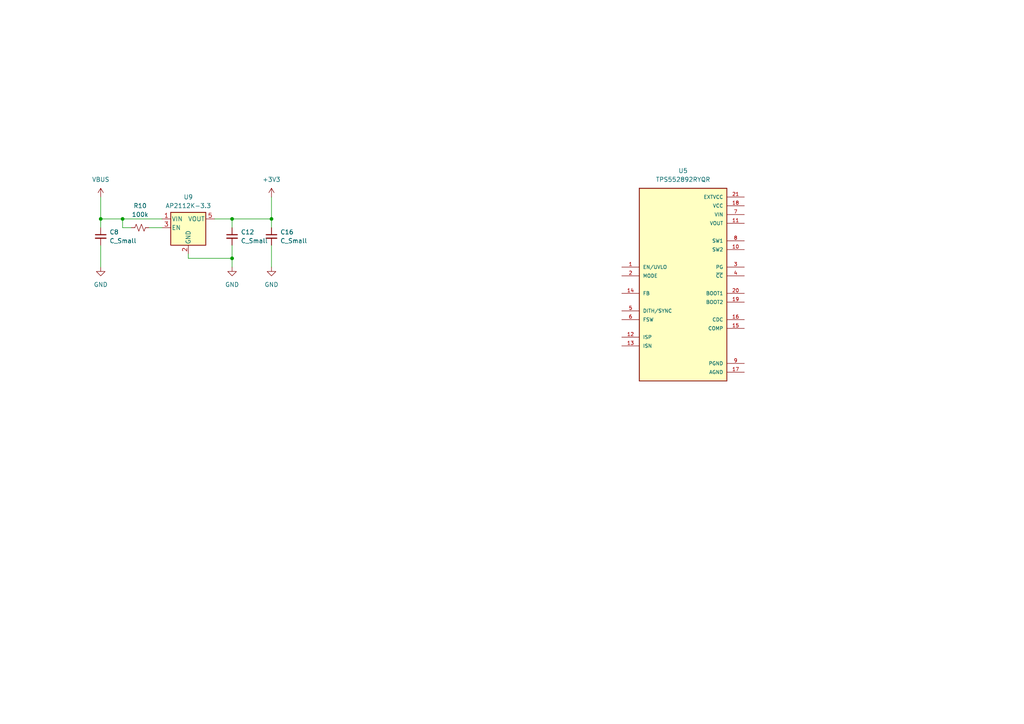
<source format=kicad_sch>
(kicad_sch (version 20230121) (generator eeschema)
  (paper "A4")
  (lib_symbols
    (symbol "DW_custom_symbols:TPS552892RYQR" (pin_names (offset 1.016))
      (property "Reference" "U" (at -12.7 30.48 0))
      (property "Value" "TPS552892RYQR" (at -12.7 -30.48 0))
      (symbol "TPS552892RYQR_0_0"
        (rectangle (start -12.7 -27.94) (end 12.7 27.94) (stroke (width 0.254)) (fill (type background)))
        (pin input line (at -17.78 5.08 0) (length 5.08) (name "EN/UVLO") (number "1"))
        (pin power_in line (at 17.78 10.16 180) (length 5.08) (name "SW2") (number "10"))
        (pin power_in line (at 17.78 17.78 180) (length 5.08) (name "VOUT") (number "11"))
        (pin input line (at -17.78 -15.24 0) (length 5.08) (name "ISP") (number "12"))
        (pin input line (at -17.78 -17.78 0) (length 5.08) (name "ISN") (number "13"))
        (pin input line (at -17.78 -2.54 0) (length 5.08) (name "FB") (number "14"))
        (pin output line (at 17.78 -12.7 180) (length 5.08) (name "COMP") (number "15"))
        (pin output line (at 17.78 -10.16 180) (length 5.08) (name "CDC") (number "16"))
        (pin power_in line (at 17.78 -25.4 180) (length 5.08) (name "AGND") (number "17"))
        (pin power_in line (at 17.78 22.86 180) (length 5.08) (name "VCC") (number "18"))
        (pin output line (at 17.78 -5.08 180) (length 5.08) (name "BOOT2") (number "19"))
        (pin input line (at -17.78 2.54 0) (length 5.08) (name "MODE") (number "2"))
        (pin output line (at 17.78 -2.54 180) (length 5.08) (name "BOOT1") (number "20"))
        (pin power_in line (at 17.78 25.4 180) (length 5.08) (name "EXTVCC") (number "21"))
        (pin output line (at 17.78 5.08 180) (length 5.08) (name "PG") (number "3"))
        (pin output line (at 17.78 2.54 180) (length 5.08) (name "~{CC}") (number "4"))
        (pin input line (at -17.78 -7.62 0) (length 5.08) (name "DITH/SYNC") (number "5"))
        (pin input line (at -17.78 -10.16 0) (length 5.08) (name "FSW") (number "6"))
        (pin power_in line (at 17.78 20.32 180) (length 5.08) (name "VIN") (number "7"))
        (pin power_in line (at 17.78 12.7 180) (length 5.08) (name "SW1") (number "8"))
        (pin power_in line (at 17.78 -22.86 180) (length 5.08) (name "PGND") (number "9"))
      )
    )
    (symbol "Device:C_Small" (pin_numbers hide) (pin_names (offset 0.254) hide)
      (property "Reference" "C" (at 0.254 1.778 0))
      (property "Value" "C_Small" (at 0.254 -2.032 0))
      (symbol "C_Small_0_1"
        (polyline (pts (xy -1.524 -0.508) (xy 1.524 -0.508)) (stroke (width 0.3302)))
        (polyline (pts (xy -1.524 0.508) (xy 1.524 0.508)) (stroke (width 0.3048)))
      )
      (symbol "C_Small_1_1"
        (pin passive line (at 0 2.54 270) (length 2.032) (name "~") (number "1"))
        (pin passive line (at 0 -2.54 90) (length 2.032) (name "~") (number "2"))
      )
    )
    (symbol "Device:R_Small_US" (pin_numbers hide) (pin_names (offset 0.254) hide)
      (property "Reference" "R" (at 0.762 0.508 0))
      (property "Value" "R_Small_US" (at 0.762 -1.016 0))
      (symbol "R_Small_US_1_1"
        (polyline (pts (xy 0 0) (xy 1.016 -0.381) (xy 0 -0.762) (xy -1.016 -1.143) (xy 0 -1.524)))
        (polyline (pts (xy 0 1.524) (xy 1.016 1.143) (xy 0 0.762) (xy -1.016 0.381) (xy 0 0)))
        (pin passive line (at 0 2.54 270) (length 1.016) (name "~") (number "1"))
        (pin passive line (at 0 -2.54 90) (length 1.016) (name "~") (number "2"))
      )
    )
    (symbol "Regulator_Linear:AP2112K-3.3" (pin_names (offset 0.254))
      (property "Reference" "U" (at -5.08 5.715 0))
      (property "Value" "AP2112K-3.3" (at 0 5.715 0))
      (symbol "AP2112K-3.3_0_1"
        (rectangle (start -5.08 4.445) (end 5.08 -5.08) (stroke (width 0.254)) (fill (type background)))
      )
      (symbol "AP2112K-3.3_1_1"
        (pin power_in line (at -7.62 2.54 0) (length 2.54) (name "VIN") (number "1"))
        (pin power_in line (at 0 -7.62 90) (length 2.54) (name "GND") (number "2"))
        (pin input line (at -7.62 0 0) (length 2.54) (name "EN") (number "3"))
        (pin no_connect line (at 5.08 0 180) (length 2.54) hide (name "NC") (number "4"))
        (pin power_out line (at 7.62 2.54 180) (length 2.54) (name "VOUT") (number "5"))
      )
    )
    (symbol "power:+3V3" (power) (pin_names (offset 0))
      (property "Value" "+3V3" (at 0 3.556 0))
      (symbol "+3V3_0_1"
        (polyline (pts (xy -0.762 1.27) (xy 0 2.54)))
        (polyline (pts (xy 0 0) (xy 0 2.54)))
        (polyline (pts (xy 0 2.54) (xy 0.762 1.27)))
      )
      (symbol "+3V3_1_1"
        (pin power_in line (at 0 0 90) (length 0) hide (name "+3V3") (number "1"))
      )
    )
    (symbol "power:GND" (power) (pin_names (offset 0))
      (property "Value" "GND" (at 0 -3.81 0))
      (symbol "GND_0_1"
        (polyline (pts (xy 0 0) (xy 0 -1.27) (xy 1.27 -1.27) (xy 0 -2.54) (xy -1.27 -1.27) (xy 0 -1.27)))
      )
      (symbol "GND_1_1"
        (pin power_in line (at 0 0 270) (length 0) hide (name "GND") (number "1"))
      )
    )
    (symbol "power:VBUS" (power) (pin_names (offset 0))
      (property "Value" "VBUS" (at 0 3.81 0))
      (symbol "VBUS_0_1"
        (polyline (pts (xy -0.762 1.27) (xy 0 2.54)))
        (polyline (pts (xy 0 0) (xy 0 2.54)))
        (polyline (pts (xy 0 2.54) (xy 0.762 1.27)))
      )
      (symbol "VBUS_1_1"
        (pin power_in line (at 0 0 90) (length 0) hide (name "VBUS") (number "1"))
      )
    )
  )
  (junction (at 78.74 63.5))
  (junction (at 67.31 74.93))
  (junction (at 67.31 63.5))
  (junction (at 35.56 63.5))
  (junction (at 29.21 63.5))
  (wire (pts (xy 29.21 63.5) (xy 29.21 66.04)))
  (wire (pts (xy 54.61 73.66) (xy 54.61 74.93)))
  (wire (pts (xy 35.56 63.5) (xy 46.99 63.5)))
  (wire (pts (xy 67.31 63.5) (xy 67.31 66.04)))
  (wire (pts (xy 78.74 63.5) (xy 78.74 66.04)))
  (wire (pts (xy 62.23 63.5) (xy 67.31 63.5)))
  (wire (pts (xy 78.74 57.15) (xy 78.74 63.5)))
  (wire (pts (xy 29.21 63.5) (xy 35.56 63.5)))
  (wire (pts (xy 29.21 71.12) (xy 29.21 77.47)))
  (wire (pts (xy 54.61 74.93) (xy 67.31 74.93)))
  (wire (pts (xy 67.31 63.5) (xy 78.74 63.5)))
  (wire (pts (xy 29.21 57.15) (xy 29.21 63.5)))
  (wire (pts (xy 67.31 74.93) (xy 67.31 77.47)))
  (wire (pts (xy 38.1 66.04) (xy 35.56 66.04)))
  (wire (pts (xy 43.18 66.04) (xy 46.99 66.04)))
  (wire (pts (xy 78.74 71.12) (xy 78.74 77.47)))
  (wire (pts (xy 67.31 71.12) (xy 67.31 74.93)))
  (wire (pts (xy 35.56 63.5) (xy 35.56 66.04)))
  (symbol (lib_id "power:+3V3") (at 78.74 57.15 0) (unit 1)
    (property "Reference" "#PWR034" (effects hide))
    (property "Value" "+3V3" (at 78.74 52.07 0))
    (instances (project "cc_laser_supply_rev-B" (path "" (reference "#PWR034") (unit 1)) (path "" (reference "#PWR033") (unit 1)) (path "" (reference "#PWR035") (unit 1)) (path "" (reference "#PWR036") (unit 1))))
  )
  (symbol (lib_id "Device:C_Small") (at 67.31 68.58 0) (unit 1)
    (property "Reference" "C12" (at 69.85 67.3163 0) (effects (justify left)))
    (property "Value" "C_Small" (at 69.85 69.8563 0) (effects (justify left)))
    (instances (project "cc_laser_supply_rev-B" (path "" (reference "C12") (unit 1)) (path "" (reference "C11") (unit 1)) (path "" (reference "C13") (unit 1)) (path "" (reference "C14") (unit 1))))
  )
  (symbol (lib_id "power:GND") (at 67.31 77.47 0) (unit 1)
    (property "Reference" "#PWR026" (effects hide))
    (property "Value" "GND" (at 67.31 82.55 0))
    (instances (project "cc_laser_supply_rev-B" (path "" (reference "#PWR026") (unit 1)) (path "" (reference "#PWR025") (unit 1)) (path "" (reference "#PWR027") (unit 1)) (path "" (reference "#PWR028") (unit 1))))
  )
  (symbol (lib_id "power:GND") (at 29.21 77.47 0) (unit 1)
    (property "Reference" "#PWR022" (effects hide))
    (property "Value" "GND" (at 29.21 82.55 0))
    (instances (project "cc_laser_supply_rev-B" (path "" (reference "#PWR022") (unit 1)) (path "" (reference "#PWR021") (unit 1)) (path "" (reference "#PWR023") (unit 1)) (path "" (reference "#PWR024") (unit 1))))
  )
  (symbol (lib_id "Device:C_Small") (at 78.74 68.58 0) (unit 1)
    (property "Reference" "C16" (at 81.28 67.3163 0) (effects (justify left)))
    (property "Value" "C_Small" (at 81.28 69.8563 0) (effects (justify left)))
    (instances (project "cc_laser_supply_rev-B" (path "" (reference "C16") (unit 1)) (path "" (reference "C15") (unit 1)) (path "" (reference "C17") (unit 1)) (path "" (reference "C18") (unit 1))))
  )
  (symbol (lib_id "DW_custom_symbols:TPS552892RYQR") (at 198.12 82.55 0) (unit 1)
    (property "Reference" "U5" (at 198.12 49.53 0))
    (property "Value" "TPS552892RYQR" (at 198.12 52.07 0))
    (property "Footprint" "TPS552892RYQR:CONV_TPS552892RYQR" (effects hide))
    (property "MF" "Texas Instruments" (effects hide))
    (property "MAXIMUM_PACKAGE_HEIGHT" "1.00mm" (effects hide))
    (property "Package" "None" (effects hide))
    (property "Price" "None" (effects hide))
    (property "Check_prices" "https://www.snapeda.com/parts/TPS552892RYQR/Texas+Instruments/view-part/?ref=eda" (effects hide))
    (property "STANDARD" "Manufacturer Recommendations" (effects hide))
    (property "PARTREV" "A" (effects hide))
    (property "SnapEDA_Link" "https://www.snapeda.com/parts/TPS552892RYQR/Texas+Instruments/view-part/?ref=snap" (effects hide))
    (property "MP" "TPS552892RYQR" (effects hide))
    (property "Purchase-URL" "https://www.snapeda.com/api/url_track_click_mouser/?unipart_id=13805360&manufacturer=Texas Instruments&part_name=TPS552892RYQR&search_term=tps55289" (effects hide))
    (property "Description" "\nBuck-Boost Switching Regulator IC Positive Programmable 0.8V 1 Output 5A 21-PowerVFQFN\n" (effects hide))
    (property "Availability" "In Stock" (effects hide))
    (property "MANUFACTURER" "Texas Instruments" (effects hide))
    (instances (project "cc_laser_supply_rev-B" (path "" (reference "U5") (unit 1)) (path "" (reference "U4") (unit 1)) (path "" (reference "U6") (unit 1)) (path "" (reference "U7") (unit 1))))
  )
  (symbol (lib_id "power:VBUS") (at 29.21 57.15 0) (unit 1)
    (property "Reference" "#PWR018" (effects hide))
    (property "Value" "VBUS" (at 29.21 52.07 0))
    (instances (project "cc_laser_supply_rev-B" (path "" (reference "#PWR018") (unit 1)) (path "" (reference "#PWR017") (unit 1)) (path "" (reference "#PWR019") (unit 1)) (path "" (reference "#PWR020") (unit 1))))
  )
  (symbol (lib_id "power:GND") (at 78.74 77.47 0) (unit 1)
    (property "Reference" "#PWR030" (effects hide))
    (property "Value" "GND" (at 78.74 82.55 0))
    (instances (project "cc_laser_supply_rev-B" (path "" (reference "#PWR030") (unit 1)) (path "" (reference "#PWR029") (unit 1)) (path "" (reference "#PWR031") (unit 1)) (path "" (reference "#PWR032") (unit 1))))
  )
  (symbol (lib_id "Device:R_Small_US") (at 40.64 66.04 90) (unit 1)
    (property "Reference" "R10" (at 40.64 59.69 90))
    (property "Value" "100k" (at 40.64 62.23 90))
    (instances (project "cc_laser_supply_rev-B" (path "" (reference "R10") (unit 1)) (path "" (reference "R9") (unit 1)) (path "" (reference "R11") (unit 1)) (path "" (reference "R12") (unit 1))))
  )
  (symbol (lib_id "Device:C_Small") (at 29.21 68.58 0) (unit 1)
    (property "Reference" "C8" (at 31.75 67.3163 0) (effects (justify left)))
    (property "Value" "C_Small" (at 31.75 69.8563 0) (effects (justify left)))
    (instances (project "cc_laser_supply_rev-B" (path "" (reference "C8") (unit 1)) (path "" (reference "C7") (unit 1)) (path "" (reference "C9") (unit 1)) (path "" (reference "C10") (unit 1))))
  )
  (symbol (lib_id "Regulator_Linear:AP2112K-3.3") (at 54.61 66.04 0) (unit 1)
    (property "Reference" "U9" (at 54.61 57.15 0))
    (property "Value" "AP2112K-3.3" (at 54.61 59.69 0))
    (property "Footprint" "Package_TO_SOT_SMD:SOT-23-5" (effects hide))
    (property "Datasheet" "https://www.diodes.com/assets/Datasheets/AP2112.pdf" (effects hide))
    (instances (project "cc_laser_supply_rev-B" (path "" (reference "U9") (unit 1)) (path "" (reference "U8") (unit 1)) (path "" (reference "U10") (unit 1)) (path "" (reference "U11") (unit 1))))
  )
)
</source>
